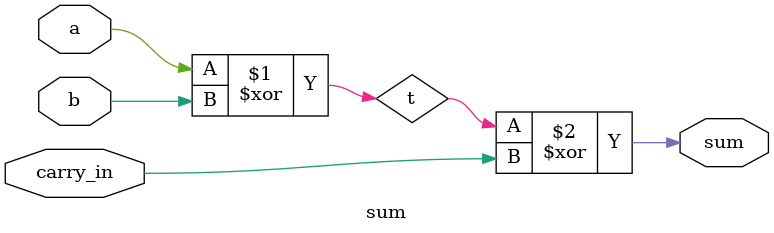
<source format=sv>
module adder_8bit(sum, final_carry_out, carry_in, x, y);
  input [7:0] x, y;
  input carry_in;

  output wire [7:0] sum;
  output final_carry_out;
  
  wire [7:0] carry_out;
  
  add S0 (carry_out[0], sum[0], x[0], y[0], carry_in);
  add S1 (carry_out[1], sum[1], x[1], y[1], carry_out[0]);
  add S2 (carry_out[2], sum[2], x[2], y[2], carry_out[1]);
  add S3 (carry_out[3], sum[3], x[3], y[3], carry_out[2]);
  add S4 (carry_out[4], sum[4], x[4], y[4], carry_out[3]);
  add S5 (carry_out[5], sum[5], x[5], y[5], carry_out[4]);
  add S6 (carry_out[6], sum[6], x[6], y[6], carry_out[5]);
  add S7 (carry_out[7], sum[7], x[7], y[7], carry_out[6]);
  
  assign final_carry_out = carry_out[7];
  
endmodule

// Full adder Descripction
module add(carry_out, sum, a, b, carry_in);
  input a, b, carry_in;
  output carry_out, sum;
  
  carry C (carry_out, a, b, carry_in);
  sum S (sum, a, b, carry_in);
  
endmodule
	
// Carry Module Descripction
module carry(carry_out, a, b, carry_in);
  input a, b, carry_in;
  output carry_out;
  wire t1, t2, t3;
  
  and G1 (t1, a, b);
  and G2 (t2, b, carry_in);
  and G3 (t3, carry_in, a);
  or G4 (carry_out, t1, t2, t3);
  
endmodule


//Sum Module Description  
module sum(sum, a, b, carry_in);
  input a, b, carry_in;
  output sum;
  wire t;
  
  xor G1 (t, a, b);
  xor G2 (sum, t, carry_in);
  
endmodule
  

</source>
